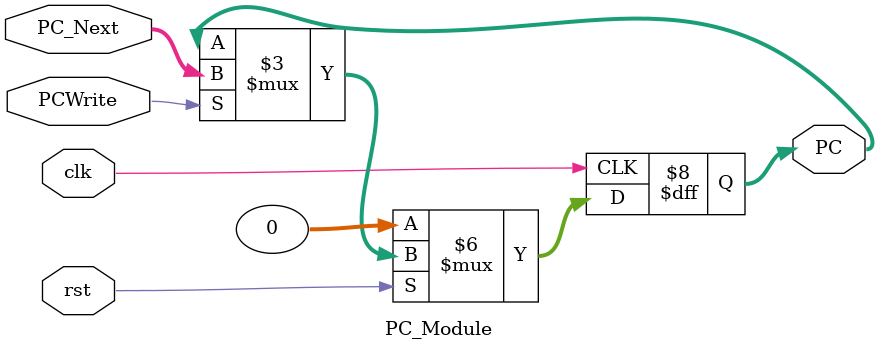
<source format=v>
module PC_Module(clk, rst, PCWrite, PC_Next, PC);
    input clk, rst, PCWrite;
    input [31:0] PC_Next;
    output reg [31:0] PC;

    always @(posedge clk) begin
        if (!rst)
            PC <= 32'b0;
        else if (PCWrite)
            PC <= PC_Next;
        // else giữ nguyên PC (stall)
    end
endmodule

</source>
